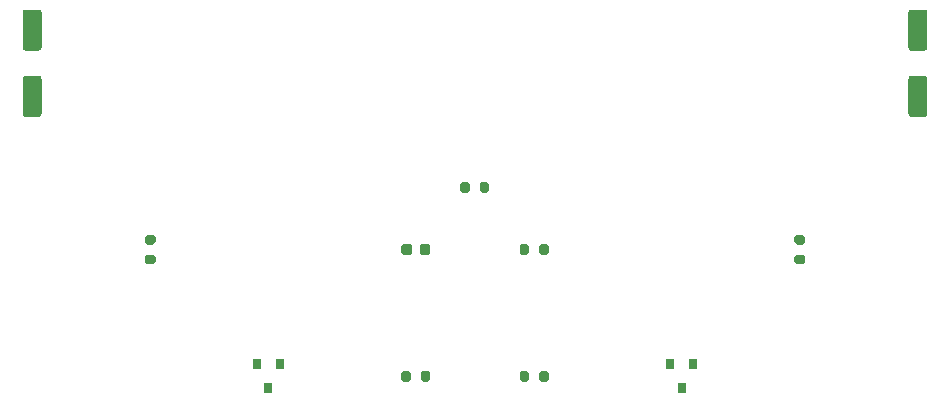
<source format=gbr>
G04 #@! TF.GenerationSoftware,KiCad,Pcbnew,(5.1.7)-1*
G04 #@! TF.CreationDate,2022-04-09T18:00:20-05:00*
G04 #@! TF.ProjectId,ConsolePedalFuzzSMT,436f6e73-6f6c-4655-9065-64616c46757a,rev?*
G04 #@! TF.SameCoordinates,Original*
G04 #@! TF.FileFunction,Paste,Top*
G04 #@! TF.FilePolarity,Positive*
%FSLAX46Y46*%
G04 Gerber Fmt 4.6, Leading zero omitted, Abs format (unit mm)*
G04 Created by KiCad (PCBNEW (5.1.7)-1) date 2022-04-09 18:00:20*
%MOMM*%
%LPD*%
G01*
G04 APERTURE LIST*
%ADD10R,0.800000X0.900000*%
G04 APERTURE END LIST*
G04 #@! TO.C,C1*
G36*
G01*
X94700000Y-81550000D02*
X95800000Y-81550000D01*
G75*
G02*
X96050000Y-81800000I0J-250000D01*
G01*
X96050000Y-84800000D01*
G75*
G02*
X95800000Y-85050000I-250000J0D01*
G01*
X94700000Y-85050000D01*
G75*
G02*
X94450000Y-84800000I0J250000D01*
G01*
X94450000Y-81800000D01*
G75*
G02*
X94700000Y-81550000I250000J0D01*
G01*
G37*
G36*
G01*
X94700000Y-75950000D02*
X95800000Y-75950000D01*
G75*
G02*
X96050000Y-76200000I0J-250000D01*
G01*
X96050000Y-79200000D01*
G75*
G02*
X95800000Y-79450000I-250000J0D01*
G01*
X94700000Y-79450000D01*
G75*
G02*
X94450000Y-79200000I0J250000D01*
G01*
X94450000Y-76200000D01*
G75*
G02*
X94700000Y-75950000I250000J0D01*
G01*
G37*
G04 #@! TD*
G04 #@! TO.C,C2*
G36*
G01*
X126525000Y-96520000D02*
X126525000Y-96020000D01*
G75*
G02*
X126750000Y-95795000I225000J0D01*
G01*
X127200000Y-95795000D01*
G75*
G02*
X127425000Y-96020000I0J-225000D01*
G01*
X127425000Y-96520000D01*
G75*
G02*
X127200000Y-96745000I-225000J0D01*
G01*
X126750000Y-96745000D01*
G75*
G02*
X126525000Y-96520000I0J225000D01*
G01*
G37*
G36*
G01*
X128075000Y-96520000D02*
X128075000Y-96020000D01*
G75*
G02*
X128300000Y-95795000I225000J0D01*
G01*
X128750000Y-95795000D01*
G75*
G02*
X128975000Y-96020000I0J-225000D01*
G01*
X128975000Y-96520000D01*
G75*
G02*
X128750000Y-96745000I-225000J0D01*
G01*
X128300000Y-96745000D01*
G75*
G02*
X128075000Y-96520000I0J225000D01*
G01*
G37*
G04 #@! TD*
G04 #@! TO.C,C3*
G36*
G01*
X169700000Y-75950000D02*
X170800000Y-75950000D01*
G75*
G02*
X171050000Y-76200000I0J-250000D01*
G01*
X171050000Y-79200000D01*
G75*
G02*
X170800000Y-79450000I-250000J0D01*
G01*
X169700000Y-79450000D01*
G75*
G02*
X169450000Y-79200000I0J250000D01*
G01*
X169450000Y-76200000D01*
G75*
G02*
X169700000Y-75950000I250000J0D01*
G01*
G37*
G36*
G01*
X169700000Y-81550000D02*
X170800000Y-81550000D01*
G75*
G02*
X171050000Y-81800000I0J-250000D01*
G01*
X171050000Y-84800000D01*
G75*
G02*
X170800000Y-85050000I-250000J0D01*
G01*
X169700000Y-85050000D01*
G75*
G02*
X169450000Y-84800000I0J250000D01*
G01*
X169450000Y-81800000D01*
G75*
G02*
X169700000Y-81550000I250000J0D01*
G01*
G37*
G04 #@! TD*
D10*
G04 #@! TO.C,Q1*
X116200000Y-106000000D03*
X114300000Y-106000000D03*
X115250000Y-108000000D03*
G04 #@! TD*
G04 #@! TO.C,Q2*
X150250000Y-108000000D03*
X149300000Y-106000000D03*
X151200000Y-106000000D03*
G04 #@! TD*
G04 #@! TO.C,R1*
G36*
G01*
X137325000Y-106725000D02*
X137325000Y-107275000D01*
G75*
G02*
X137125000Y-107475000I-200000J0D01*
G01*
X136725000Y-107475000D01*
G75*
G02*
X136525000Y-107275000I0J200000D01*
G01*
X136525000Y-106725000D01*
G75*
G02*
X136725000Y-106525000I200000J0D01*
G01*
X137125000Y-106525000D01*
G75*
G02*
X137325000Y-106725000I0J-200000D01*
G01*
G37*
G36*
G01*
X138975000Y-106725000D02*
X138975000Y-107275000D01*
G75*
G02*
X138775000Y-107475000I-200000J0D01*
G01*
X138375000Y-107475000D01*
G75*
G02*
X138175000Y-107275000I0J200000D01*
G01*
X138175000Y-106725000D01*
G75*
G02*
X138375000Y-106525000I200000J0D01*
G01*
X138775000Y-106525000D01*
G75*
G02*
X138975000Y-106725000I0J-200000D01*
G01*
G37*
G04 #@! TD*
G04 #@! TO.C,R2*
G36*
G01*
X136525000Y-96545000D02*
X136525000Y-95995000D01*
G75*
G02*
X136725000Y-95795000I200000J0D01*
G01*
X137125000Y-95795000D01*
G75*
G02*
X137325000Y-95995000I0J-200000D01*
G01*
X137325000Y-96545000D01*
G75*
G02*
X137125000Y-96745000I-200000J0D01*
G01*
X136725000Y-96745000D01*
G75*
G02*
X136525000Y-96545000I0J200000D01*
G01*
G37*
G36*
G01*
X138175000Y-96545000D02*
X138175000Y-95995000D01*
G75*
G02*
X138375000Y-95795000I200000J0D01*
G01*
X138775000Y-95795000D01*
G75*
G02*
X138975000Y-95995000I0J-200000D01*
G01*
X138975000Y-96545000D01*
G75*
G02*
X138775000Y-96745000I-200000J0D01*
G01*
X138375000Y-96745000D01*
G75*
G02*
X138175000Y-96545000I0J200000D01*
G01*
G37*
G04 #@! TD*
G04 #@! TO.C,R4*
G36*
G01*
X128175000Y-107275000D02*
X128175000Y-106725000D01*
G75*
G02*
X128375000Y-106525000I200000J0D01*
G01*
X128775000Y-106525000D01*
G75*
G02*
X128975000Y-106725000I0J-200000D01*
G01*
X128975000Y-107275000D01*
G75*
G02*
X128775000Y-107475000I-200000J0D01*
G01*
X128375000Y-107475000D01*
G75*
G02*
X128175000Y-107275000I0J200000D01*
G01*
G37*
G36*
G01*
X126525000Y-107275000D02*
X126525000Y-106725000D01*
G75*
G02*
X126725000Y-106525000I200000J0D01*
G01*
X127125000Y-106525000D01*
G75*
G02*
X127325000Y-106725000I0J-200000D01*
G01*
X127325000Y-107275000D01*
G75*
G02*
X127125000Y-107475000I-200000J0D01*
G01*
X126725000Y-107475000D01*
G75*
G02*
X126525000Y-107275000I0J200000D01*
G01*
G37*
G04 #@! TD*
G04 #@! TO.C,R6*
G36*
G01*
X104975000Y-95045000D02*
X105525000Y-95045000D01*
G75*
G02*
X105725000Y-95245000I0J-200000D01*
G01*
X105725000Y-95645000D01*
G75*
G02*
X105525000Y-95845000I-200000J0D01*
G01*
X104975000Y-95845000D01*
G75*
G02*
X104775000Y-95645000I0J200000D01*
G01*
X104775000Y-95245000D01*
G75*
G02*
X104975000Y-95045000I200000J0D01*
G01*
G37*
G36*
G01*
X104975000Y-96695000D02*
X105525000Y-96695000D01*
G75*
G02*
X105725000Y-96895000I0J-200000D01*
G01*
X105725000Y-97295000D01*
G75*
G02*
X105525000Y-97495000I-200000J0D01*
G01*
X104975000Y-97495000D01*
G75*
G02*
X104775000Y-97295000I0J200000D01*
G01*
X104775000Y-96895000D01*
G75*
G02*
X104975000Y-96695000I200000J0D01*
G01*
G37*
G04 #@! TD*
G04 #@! TO.C,R7*
G36*
G01*
X160525000Y-95845000D02*
X159975000Y-95845000D01*
G75*
G02*
X159775000Y-95645000I0J200000D01*
G01*
X159775000Y-95245000D01*
G75*
G02*
X159975000Y-95045000I200000J0D01*
G01*
X160525000Y-95045000D01*
G75*
G02*
X160725000Y-95245000I0J-200000D01*
G01*
X160725000Y-95645000D01*
G75*
G02*
X160525000Y-95845000I-200000J0D01*
G01*
G37*
G36*
G01*
X160525000Y-97495000D02*
X159975000Y-97495000D01*
G75*
G02*
X159775000Y-97295000I0J200000D01*
G01*
X159775000Y-96895000D01*
G75*
G02*
X159975000Y-96695000I200000J0D01*
G01*
X160525000Y-96695000D01*
G75*
G02*
X160725000Y-96895000I0J-200000D01*
G01*
X160725000Y-97295000D01*
G75*
G02*
X160525000Y-97495000I-200000J0D01*
G01*
G37*
G04 #@! TD*
G04 #@! TO.C,R8*
G36*
G01*
X133940000Y-90725000D02*
X133940000Y-91275000D01*
G75*
G02*
X133740000Y-91475000I-200000J0D01*
G01*
X133340000Y-91475000D01*
G75*
G02*
X133140000Y-91275000I0J200000D01*
G01*
X133140000Y-90725000D01*
G75*
G02*
X133340000Y-90525000I200000J0D01*
G01*
X133740000Y-90525000D01*
G75*
G02*
X133940000Y-90725000I0J-200000D01*
G01*
G37*
G36*
G01*
X132290000Y-90725000D02*
X132290000Y-91275000D01*
G75*
G02*
X132090000Y-91475000I-200000J0D01*
G01*
X131690000Y-91475000D01*
G75*
G02*
X131490000Y-91275000I0J200000D01*
G01*
X131490000Y-90725000D01*
G75*
G02*
X131690000Y-90525000I200000J0D01*
G01*
X132090000Y-90525000D01*
G75*
G02*
X132290000Y-90725000I0J-200000D01*
G01*
G37*
G04 #@! TD*
M02*

</source>
